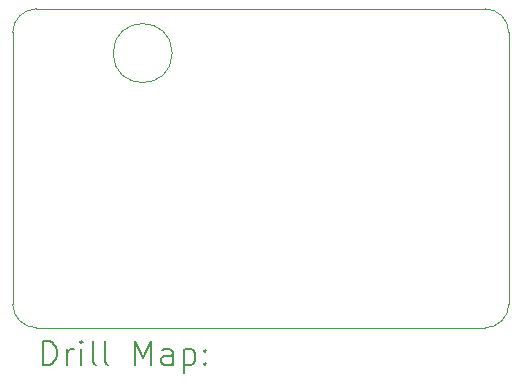
<source format=gbr>
%TF.GenerationSoftware,KiCad,Pcbnew,8.0.6*%
%TF.CreationDate,2024-11-25T01:10:17+00:00*%
%TF.ProjectId,GEOFF board v1,47454f46-4620-4626-9f61-72642076312e,rev?*%
%TF.SameCoordinates,Original*%
%TF.FileFunction,Drillmap*%
%TF.FilePolarity,Positive*%
%FSLAX45Y45*%
G04 Gerber Fmt 4.5, Leading zero omitted, Abs format (unit mm)*
G04 Created by KiCad (PCBNEW 8.0.6) date 2024-11-25 01:10:17*
%MOMM*%
%LPD*%
G01*
G04 APERTURE LIST*
%ADD10C,0.050000*%
%ADD11C,0.200000*%
G04 APERTURE END LIST*
D10*
X3350000Y-13975000D02*
G75*
G02*
X2850000Y-13975000I-250000J0D01*
G01*
X2850000Y-13975000D02*
G75*
G02*
X3350000Y-13975000I250000J0D01*
G01*
X2200000Y-16300000D02*
G75*
G02*
X2000000Y-16100000I0J200000D01*
G01*
X2000000Y-13800000D02*
G75*
G02*
X2200000Y-13600000I200000J0D01*
G01*
X6200000Y-16100000D02*
G75*
G02*
X6000000Y-16300000I-200000J0D01*
G01*
X6000000Y-13600000D02*
G75*
G02*
X6200000Y-13800000I0J-200000D01*
G01*
X2000000Y-16100000D02*
X2000000Y-13800000D01*
X6000000Y-16300000D02*
X2200000Y-16300000D01*
X2200000Y-13600000D02*
X6000000Y-13600000D01*
X6200000Y-13800000D02*
X6200000Y-16100000D01*
D11*
X2258277Y-16613984D02*
X2258277Y-16413984D01*
X2258277Y-16413984D02*
X2305896Y-16413984D01*
X2305896Y-16413984D02*
X2334467Y-16423508D01*
X2334467Y-16423508D02*
X2353515Y-16442555D01*
X2353515Y-16442555D02*
X2363039Y-16461603D01*
X2363039Y-16461603D02*
X2372563Y-16499698D01*
X2372563Y-16499698D02*
X2372563Y-16528269D01*
X2372563Y-16528269D02*
X2363039Y-16566365D01*
X2363039Y-16566365D02*
X2353515Y-16585412D01*
X2353515Y-16585412D02*
X2334467Y-16604460D01*
X2334467Y-16604460D02*
X2305896Y-16613984D01*
X2305896Y-16613984D02*
X2258277Y-16613984D01*
X2458277Y-16613984D02*
X2458277Y-16480650D01*
X2458277Y-16518746D02*
X2467801Y-16499698D01*
X2467801Y-16499698D02*
X2477324Y-16490174D01*
X2477324Y-16490174D02*
X2496372Y-16480650D01*
X2496372Y-16480650D02*
X2515420Y-16480650D01*
X2582086Y-16613984D02*
X2582086Y-16480650D01*
X2582086Y-16413984D02*
X2572563Y-16423508D01*
X2572563Y-16423508D02*
X2582086Y-16433031D01*
X2582086Y-16433031D02*
X2591610Y-16423508D01*
X2591610Y-16423508D02*
X2582086Y-16413984D01*
X2582086Y-16413984D02*
X2582086Y-16433031D01*
X2705896Y-16613984D02*
X2686848Y-16604460D01*
X2686848Y-16604460D02*
X2677324Y-16585412D01*
X2677324Y-16585412D02*
X2677324Y-16413984D01*
X2810658Y-16613984D02*
X2791610Y-16604460D01*
X2791610Y-16604460D02*
X2782086Y-16585412D01*
X2782086Y-16585412D02*
X2782086Y-16413984D01*
X3039229Y-16613984D02*
X3039229Y-16413984D01*
X3039229Y-16413984D02*
X3105896Y-16556841D01*
X3105896Y-16556841D02*
X3172562Y-16413984D01*
X3172562Y-16413984D02*
X3172562Y-16613984D01*
X3353515Y-16613984D02*
X3353515Y-16509222D01*
X3353515Y-16509222D02*
X3343991Y-16490174D01*
X3343991Y-16490174D02*
X3324943Y-16480650D01*
X3324943Y-16480650D02*
X3286848Y-16480650D01*
X3286848Y-16480650D02*
X3267801Y-16490174D01*
X3353515Y-16604460D02*
X3334467Y-16613984D01*
X3334467Y-16613984D02*
X3286848Y-16613984D01*
X3286848Y-16613984D02*
X3267801Y-16604460D01*
X3267801Y-16604460D02*
X3258277Y-16585412D01*
X3258277Y-16585412D02*
X3258277Y-16566365D01*
X3258277Y-16566365D02*
X3267801Y-16547317D01*
X3267801Y-16547317D02*
X3286848Y-16537793D01*
X3286848Y-16537793D02*
X3334467Y-16537793D01*
X3334467Y-16537793D02*
X3353515Y-16528269D01*
X3448753Y-16480650D02*
X3448753Y-16680650D01*
X3448753Y-16490174D02*
X3467801Y-16480650D01*
X3467801Y-16480650D02*
X3505896Y-16480650D01*
X3505896Y-16480650D02*
X3524943Y-16490174D01*
X3524943Y-16490174D02*
X3534467Y-16499698D01*
X3534467Y-16499698D02*
X3543991Y-16518746D01*
X3543991Y-16518746D02*
X3543991Y-16575888D01*
X3543991Y-16575888D02*
X3534467Y-16594936D01*
X3534467Y-16594936D02*
X3524943Y-16604460D01*
X3524943Y-16604460D02*
X3505896Y-16613984D01*
X3505896Y-16613984D02*
X3467801Y-16613984D01*
X3467801Y-16613984D02*
X3448753Y-16604460D01*
X3629705Y-16594936D02*
X3639229Y-16604460D01*
X3639229Y-16604460D02*
X3629705Y-16613984D01*
X3629705Y-16613984D02*
X3620182Y-16604460D01*
X3620182Y-16604460D02*
X3629705Y-16594936D01*
X3629705Y-16594936D02*
X3629705Y-16613984D01*
X3629705Y-16490174D02*
X3639229Y-16499698D01*
X3639229Y-16499698D02*
X3629705Y-16509222D01*
X3629705Y-16509222D02*
X3620182Y-16499698D01*
X3620182Y-16499698D02*
X3629705Y-16490174D01*
X3629705Y-16490174D02*
X3629705Y-16509222D01*
M02*

</source>
